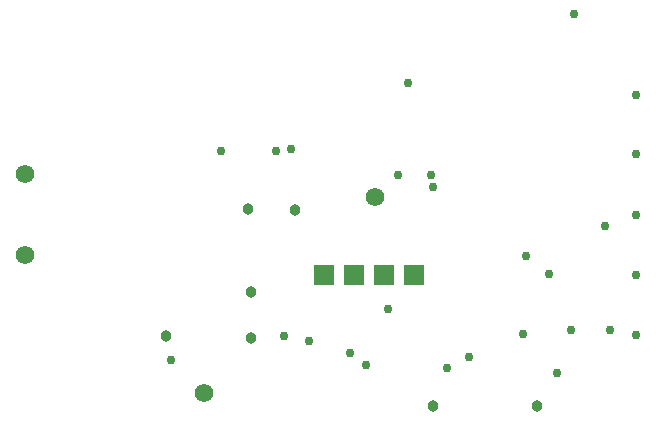
<source format=gbr>
G04 DesignSpark PCB Gerber Version 9.0 Build 5115 *
%FSLAX35Y35*%
%MOIN*%
%ADD117R,0.06600X0.06600*%
%ADD119C,0.03002*%
%ADD120C,0.03800*%
%ADD118C,0.06200*%
X0Y0D02*
D02*
D117*
X175939Y62455D03*
X185939D03*
X195939D03*
X205939D03*
D02*
D118*
X76136Y69148D03*
Y96116D03*
X135781Y23085D03*
X192967Y88439D03*
D02*
D119*
X124856Y34108D03*
X141490Y103793D03*
X159896Y103695D03*
X162553Y42179D03*
X164719Y104384D03*
X170821Y40407D03*
X184404Y36569D03*
X189719Y32533D03*
X197199Y51234D03*
X200545Y95722D03*
X203695Y126333D03*
X211470Y95722D03*
X212061Y91884D03*
X216884Y31254D03*
X224266Y34994D03*
X242179Y42671D03*
X243163Y68852D03*
X250742Y62848D03*
X253596Y29581D03*
X258026Y44148D03*
X259010Y149266D03*
X269344Y78793D03*
X271313Y44148D03*
X279778Y42376D03*
Y62258D03*
Y82337D03*
Y102612D03*
Y122494D03*
D02*
D120*
X123183Y41982D03*
X150447Y84502D03*
X151530Y41392D03*
X151628Y56648D03*
X166293Y84108D03*
X212061Y18656D03*
X246707D03*
X0Y0D02*
M02*

</source>
